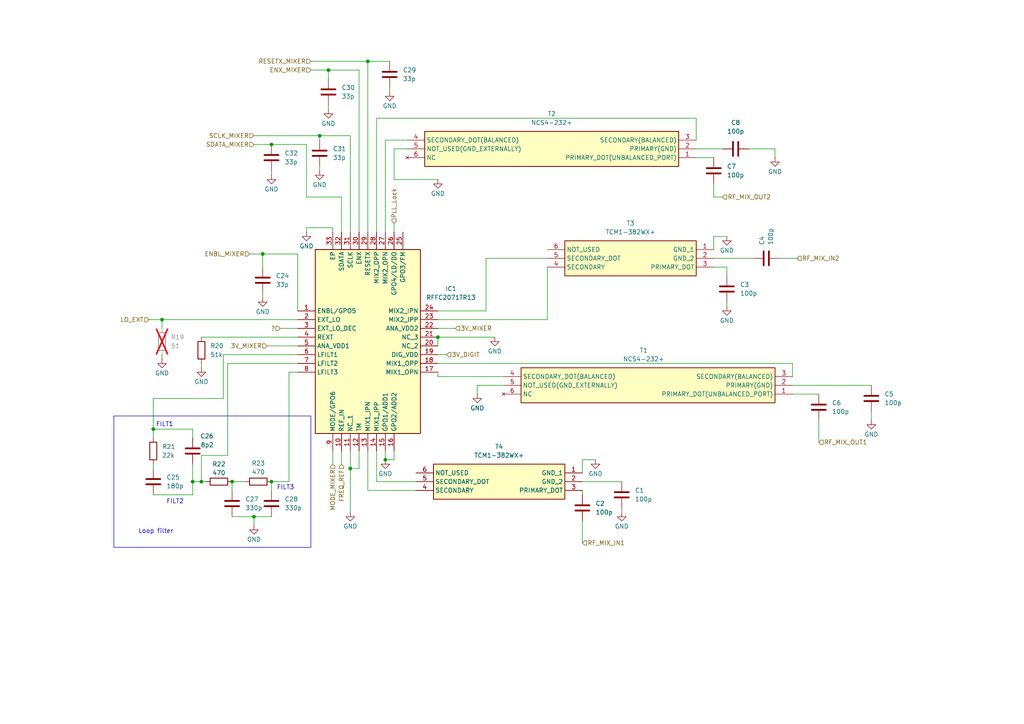
<source format=kicad_sch>
(kicad_sch (version 20250114) (generator "eeschema") (generator_version "9.0")
  (paper "A4")
  (lib_symbols
    (symbol "Device:C" (pin_numbers (hide yes)) (pin_names (offset 0.254))
      (property "Reference" "C" (at 0.635 2.54 0))
      (property "Value" "C" (at 0.635 -2.54 0))
      (symbol "C_0_1"
        (polyline (pts (xy -2.032 0.762) (xy 2.032 0.762)) (stroke (width 0.508)))
        (polyline (pts (xy -2.032 -0.762) (xy 2.032 -0.762)) (stroke (width 0.508)))
      )
      (symbol "C_1_1"
        (pin passive line (at 0 3.81 270) (length 2.794) (name "~") (number "1"))
        (pin passive line (at 0 -3.81 90) (length 2.794) (name "~") (number "2"))
      )
    )
    (symbol "Device:R" (pin_numbers (hide yes)) (pin_names (offset 0))
      (property "Reference" "R" (at 2.032 0 90))
      (property "Value" "R" (at 0 0 90))
      (symbol "R_0_1"
        (rectangle (start -1.016 -2.54) (end 1.016 2.54) (stroke (width 0.254)))
      )
      (symbol "R_1_1"
        (pin passive line (at 0 3.81 270) (length 1.27) (name "~") (number "1"))
        (pin passive line (at 0 -3.81 90) (length 1.27) (name "~") (number "2"))
      )
    )
    (symbol "NCS4-232+:NCS4-232+"
      (property "Reference" "T" (at 80.01 7.62 0))
      (property "Value" "NCS4-232+" (at 80.01 5.08 0))
      (symbol "NCS4-232+_1_1"
        (rectangle (start 5.08 2.54) (end 78.74 -7.62) (stroke (width 0.254)) (fill (type background)))
        (pin passive line (at 0 0 0) (length 5.08) (name "PRIMARY_DOT(UNBALANCED_PORT)") (number "1"))
        (pin passive line (at 0 -2.54 0) (length 5.08) (name "PRIMARY(GND)") (number "2"))
        (pin passive line (at 0 -5.08 0) (length 5.08) (name "SECONDARY(BALANCED)") (number "3"))
        (pin no_connect line (at 83.82 0 180) (length 5.08) (name "NC") (number "6"))
        (pin passive line (at 83.82 -2.54 180) (length 5.08) (name "NOT_USED(GND_EXTERNALLY)") (number "5"))
        (pin passive line (at 83.82 -5.08 180) (length 5.08) (name "SECONDARY_DOT(BALANCED)") (number "4"))
      )
    )
    (symbol "RFFC2071TR13:RFFC2071TR13"
      (property "Reference" "IC" (at 36.83 22.86 0))
      (property "Value" "RFFC2071TR13" (at 36.83 20.32 0))
      (symbol "RFFC2071TR13_1_1"
        (rectangle (start 5.08 17.78) (end 35.56 -35.56) (stroke (width 0.254)) (fill (type background)))
        (pin passive line (at 0 0 0) (length 5.08) (name "ENBL/GPO5") (number "1"))
        (pin passive line (at 0 -2.54 0) (length 5.08) (name "EXT_LO") (number "2"))
        (pin passive line (at 0 -5.08 0) (length 5.08) (name "EXT_LO_DEC") (number "3"))
        (pin passive line (at 0 -7.62 0) (length 5.08) (name "REXT") (number "4"))
        (pin passive line (at 0 -10.16 0) (length 5.08) (name "ANA_VDD1") (number "5"))
        (pin passive line (at 0 -12.7 0) (length 5.08) (name "LFILT1") (number "6"))
        (pin passive line (at 0 -15.24 0) (length 5.08) (name "LFILT2") (number "7"))
        (pin passive line (at 0 -17.78 0) (length 5.08) (name "LFILT3") (number "8"))
        (pin passive line (at 10.16 22.86 270) (length 5.08) (name "EP") (number "33"))
        (pin passive line (at 10.16 -40.64 90) (length 5.08) (name "MODE/GPO6") (number "9"))
        (pin passive line (at 12.7 22.86 270) (length 5.08) (name "SDATA") (number "32"))
        (pin passive line (at 12.7 -40.64 90) (length 5.08) (name "REF_IN") (number "10"))
        (pin passive line (at 15.24 22.86 270) (length 5.08) (name "SCLK") (number "31"))
        (pin passive line (at 15.24 -40.64 90) (length 5.08) (name "NC_1") (number "11"))
        (pin passive line (at 17.78 22.86 270) (length 5.08) (name "ENX") (number "30"))
        (pin passive line (at 17.78 -40.64 90) (length 5.08) (name "TM") (number "12"))
        (pin passive line (at 20.32 22.86 270) (length 5.08) (name "RESETX") (number "29"))
        (pin passive line (at 20.32 -40.64 90) (length 5.08) (name "MIX1_IPN") (number "13"))
        (pin passive line (at 22.86 22.86 270) (length 5.08) (name "MIX2_OPP") (number "28"))
        (pin passive line (at 22.86 -40.64 90) (length 5.08) (name "MIX1_IPP") (number "14"))
        (pin passive line (at 25.4 22.86 270) (length 5.08) (name "MIX2_OPN") (number "27"))
        (pin passive line (at 25.4 -40.64 90) (length 5.08) (name "GPO1/ADD1") (number "15"))
        (pin passive line (at 27.94 22.86 270) (length 5.08) (name "GPO4/LD/DO") (number "26"))
        (pin passive line (at 27.94 -40.64 90) (length 5.08) (name "GPO2/ADD2") (number "16"))
        (pin passive line (at 30.48 22.86 270) (length 5.08) (name "GPO3/FM") (number "25"))
        (pin passive line (at 40.64 0 180) (length 5.08) (name "MIX2_IPN") (number "24"))
        (pin passive line (at 40.64 -2.54 180) (length 5.08) (name "MIX2_IPP") (number "23"))
        (pin passive line (at 40.64 -5.08 180) (length 5.08) (name "ANA_VDD2") (number "22"))
        (pin passive line (at 40.64 -7.62 180) (length 5.08) (name "NC_3") (number "21"))
        (pin passive line (at 40.64 -10.16 180) (length 5.08) (name "NC_2") (number "20"))
        (pin passive line (at 40.64 -12.7 180) (length 5.08) (name "DIG_VDD") (number "19"))
        (pin passive line (at 40.64 -15.24 180) (length 5.08) (name "MIX1_OPP") (number "18"))
        (pin passive line (at 40.64 -17.78 180) (length 5.08) (name "MIX1_OPN") (number "17"))
      )
    )
    (symbol "TCM1-382WX+:TCM1-382WX+"
      (property "Reference" "T" (at 44.45 7.62 0))
      (property "Value" "TCM1-382WX+" (at 44.45 5.08 0))
      (symbol "TCM1-382WX+_1_1"
        (rectangle (start 5.08 2.54) (end 43.18 -7.62) (stroke (width 0.254)) (fill (type background)))
        (pin passive line (at 0 0 0) (length 5.08) (name "NOT_USED") (number "6"))
        (pin passive line (at 0 -2.54 0) (length 5.08) (name "SECONDARY_DOT") (number "5"))
        (pin passive line (at 0 -5.08 0) (length 5.08) (name "SECONDARY") (number "4"))
        (pin passive line (at 48.26 0 180) (length 5.08) (name "GND_1") (number "1"))
        (pin passive line (at 48.26 -2.54 180) (length 5.08) (name "GND_2") (number "2"))
        (pin passive line (at 48.26 -5.08 180) (length 5.08) (name "PRIMARY_DOT") (number "3"))
      )
    )
    (symbol "power:GND" (power) (pin_numbers (hide yes)) (pin_names (offset 0) (hide yes))
      (property "Value" "GND" (at 0 -3.81 0))
      (symbol "GND_0_1"
        (polyline (pts (xy 0 0) (xy 0 -1.27) (xy 1.27 -1.27) (xy 0 -2.54) (xy -1.27 -1.27) (xy 0 -1.27)))
      )
      (symbol "GND_1_1"
        (pin power_in line (at 0 0 270) (length 0) (name "~") (number "1"))
      )
    )
  )
  (rectangle (start 33.02 120.65) (end 90.17 158.75))
  (text "Loop filter" (at 45.212 154.178 0) (effects (font (size 1.27 1.27))))
  (text "FILT2" (at 50.8 145.542 0) (effects (font (size 1.27 1.27))))
  (text "FILT3" (at 82.804 141.478 0) (effects (font (size 1.27 1.27))))
  (text "FILT1" (at 47.752 123.19 0) (effects (font (size 1.27 1.27))))
  (junction (at 111.76 133.35))
  (junction (at 106.68 17.78))
  (junction (at 58.42 139.7))
  (junction (at 46.99 92.71))
  (junction (at 76.2 73.66))
  (junction (at 67.31 139.7))
  (junction (at 101.6 135.89))
  (junction (at 92.71 39.37))
  (junction (at 55.88 139.7))
  (junction (at 73.66 149.86))
  (junction (at 127 97.79))
  (junction (at 78.74 41.91))
  (junction (at 44.45 124.46))
  (junction (at 78.74 139.7))
  (junction (at 95.25 20.32))
  (wire (pts (xy 114.3 133.35) (xy 111.76 133.35)))
  (wire (pts (xy 86.36 90.17) (xy 86.36 73.66)))
  (wire (pts (xy 201.93 34.29) (xy 109.22 34.29)))
  (wire (pts (xy 76.2 73.66) (xy 76.2 77.47)))
  (wire (pts (xy 58.42 132.08) (xy 58.42 139.7)))
  (wire (pts (xy 92.71 48.26) (xy 92.71 49.53)))
  (wire (pts (xy 90.17 20.32) (xy 95.25 20.32)))
  (wire (pts (xy 207.01 68.58) (xy 210.82 68.58)))
  (wire (pts (xy 44.45 124.46) (xy 44.45 127)))
  (wire (pts (xy 88.9 57.15) (xy 99.06 57.15)))
  (wire (pts (xy 104.14 135.89) (xy 101.6 135.89)))
  (wire (pts (xy 252.73 119.38) (xy 252.73 121.92)))
  (wire (pts (xy 106.68 130.81) (xy 106.68 142.24)))
  (wire (pts (xy 207.01 53.34) (xy 207.01 57.15)))
  (wire (pts (xy 78.74 41.91) (xy 88.9 41.91)))
  (wire (pts (xy 158.75 77.47) (xy 158.75 92.71)))
  (wire (pts (xy 210.82 77.47) (xy 210.82 80.01)))
  (wire (pts (xy 207.01 74.93) (xy 218.44 74.93)))
  (wire (pts (xy 73.66 149.86) (xy 78.74 149.86)))
  (wire (pts (xy 207.01 77.47) (xy 210.82 77.47)))
  (wire (pts (xy 168.91 142.24) (xy 168.91 143.51)))
  (wire (pts (xy 86.36 73.66) (xy 76.2 73.66)))
  (wire (pts (xy 55.88 139.7) (xy 58.42 139.7)))
  (wire (pts (xy 114.3 43.18) (xy 114.3 52.07)))
  (wire (pts (xy 73.66 41.91) (xy 78.74 41.91)))
  (wire (pts (xy 96.52 67.31) (xy 96.52 66.04)))
  (wire (pts (xy 101.6 39.37) (xy 101.6 67.31)))
  (wire (pts (xy 140.97 90.17) (xy 140.97 74.93)))
  (wire (pts (xy 99.06 57.15) (xy 99.06 67.31)))
  (wire (pts (xy 229.87 109.22) (xy 229.87 105.41)))
  (wire (pts (xy 146.05 109.22) (xy 127 109.22)))
  (wire (pts (xy 95.25 30.48) (xy 95.25 31.75)))
  (wire (pts (xy 58.42 139.7) (xy 59.69 139.7)))
  (wire (pts (xy 127 90.17) (xy 140.97 90.17)))
  (wire (pts (xy 138.43 111.76) (xy 138.43 114.3)))
  (wire (pts (xy 180.34 147.32) (xy 180.34 148.59)))
  (wire (pts (xy 101.6 130.81) (xy 101.6 135.89)))
  (wire (pts (xy 106.68 142.24) (xy 120.65 142.24)))
  (wire (pts (xy 140.97 74.93) (xy 158.75 74.93)))
  (wire (pts (xy 66.04 105.41) (xy 66.04 132.08)))
  (wire (pts (xy 109.22 139.7) (xy 109.22 130.81)))
  (wire (pts (xy 229.87 111.76) (xy 252.73 111.76)))
  (wire (pts (xy 118.11 43.18) (xy 114.3 43.18)))
  (wire (pts (xy 201.93 43.18) (xy 209.55 43.18)))
  (wire (pts (xy 92.71 39.37) (xy 101.6 39.37)))
  (wire (pts (xy 46.99 102.87) (xy 46.99 104.14)))
  (wire (pts (xy 67.31 149.86) (xy 73.66 149.86)))
  (wire (pts (xy 44.45 134.62) (xy 44.45 135.89)))
  (wire (pts (xy 106.68 17.78) (xy 113.03 17.78)))
  (wire (pts (xy 168.91 137.16) (xy 168.91 133.35)))
  (wire (pts (xy 81.28 95.25) (xy 86.36 95.25)))
  (wire (pts (xy 210.82 87.63) (xy 210.82 88.9)))
  (wire (pts (xy 96.52 130.81) (xy 96.52 134.62)))
  (wire (pts (xy 66.04 132.08) (xy 58.42 132.08)))
  (wire (pts (xy 55.88 139.7) (xy 55.88 134.62)))
  (wire (pts (xy 95.25 20.32) (xy 104.14 20.32)))
  (wire (pts (xy 90.17 17.78) (xy 106.68 17.78)))
  (wire (pts (xy 55.88 143.51) (xy 55.88 139.7)))
  (wire (pts (xy 146.05 111.76) (xy 138.43 111.76)))
  (wire (pts (xy 217.17 43.18) (xy 224.79 43.18)))
  (wire (pts (xy 224.79 43.18) (xy 224.79 45.72)))
  (wire (pts (xy 78.74 49.53) (xy 78.74 50.8)))
  (wire (pts (xy 127 92.71) (xy 158.75 92.71)))
  (wire (pts (xy 67.31 139.7) (xy 67.31 142.24)))
  (wire (pts (xy 77.47 100.33) (xy 86.36 100.33)))
  (wire (pts (xy 46.99 92.71) (xy 86.36 92.71)))
  (wire (pts (xy 113.03 25.4) (xy 113.03 26.67)))
  (wire (pts (xy 64.77 102.87) (xy 64.77 115.57)))
  (wire (pts (xy 104.14 130.81) (xy 104.14 135.89)))
  (wire (pts (xy 229.87 105.41) (xy 127 105.41)))
  (wire (pts (xy 111.76 130.81) (xy 111.76 133.35)))
  (wire (pts (xy 46.99 95.25) (xy 46.99 92.71)))
  (wire (pts (xy 101.6 135.89) (xy 101.6 148.59)))
  (wire (pts (xy 43.18 92.71) (xy 46.99 92.71)))
  (wire (pts (xy 44.45 115.57) (xy 44.45 124.46)))
  (wire (pts (xy 55.88 124.46) (xy 44.45 124.46)))
  (wire (pts (xy 127 97.79) (xy 143.51 97.79)))
  (wire (pts (xy 88.9 66.04) (xy 88.9 67.31)))
  (wire (pts (xy 72.39 73.66) (xy 76.2 73.66)))
  (wire (pts (xy 201.93 40.64) (xy 201.93 34.29)))
  (wire (pts (xy 95.25 20.32) (xy 95.25 22.86)))
  (wire (pts (xy 168.91 133.35) (xy 172.72 133.35)))
  (wire (pts (xy 207.01 57.15) (xy 209.55 57.15)))
  (wire (pts (xy 229.87 114.3) (xy 237.49 114.3)))
  (wire (pts (xy 114.3 130.81) (xy 114.3 133.35)))
  (wire (pts (xy 67.31 139.7) (xy 71.12 139.7)))
  (wire (pts (xy 106.68 67.31) (xy 106.68 17.78)))
  (wire (pts (xy 237.49 121.92) (xy 237.49 128.27)))
  (wire (pts (xy 92.71 39.37) (xy 92.71 40.64)))
  (wire (pts (xy 44.45 143.51) (xy 55.88 143.51)))
  (wire (pts (xy 73.66 39.37) (xy 92.71 39.37)))
  (wire (pts (xy 109.22 34.29) (xy 109.22 67.31)))
  (wire (pts (xy 226.06 74.93) (xy 231.14 74.93)))
  (wire (pts (xy 83.82 107.95) (xy 86.36 107.95)))
  (wire (pts (xy 127 95.25) (xy 132.08 95.25)))
  (wire (pts (xy 99.06 130.81) (xy 99.06 134.62)))
  (wire (pts (xy 83.82 107.95) (xy 83.82 139.7)))
  (wire (pts (xy 127 109.22) (xy 127 107.95)))
  (wire (pts (xy 118.11 40.64) (xy 111.76 40.64)))
  (wire (pts (xy 55.88 127) (xy 55.88 124.46)))
  (wire (pts (xy 114.3 52.07) (xy 127 52.07)))
  (wire (pts (xy 58.42 97.79) (xy 86.36 97.79)))
  (wire (pts (xy 58.42 105.41) (xy 58.42 106.68)))
  (wire (pts (xy 78.74 139.7) (xy 78.74 142.24)))
  (wire (pts (xy 168.91 151.13) (xy 168.91 157.48)))
  (wire (pts (xy 104.14 20.32) (xy 104.14 67.31)))
  (wire (pts (xy 129.54 102.87) (xy 127 102.87)))
  (wire (pts (xy 114.3 64.77) (xy 114.3 67.31)))
  (wire (pts (xy 78.74 139.7) (xy 83.82 139.7)))
  (wire (pts (xy 109.22 139.7) (xy 120.65 139.7)))
  (wire (pts (xy 168.91 139.7) (xy 180.34 139.7)))
  (wire (pts (xy 88.9 41.91) (xy 88.9 57.15)))
  (wire (pts (xy 96.52 66.04) (xy 88.9 66.04)))
  (wire (pts (xy 207.01 72.39) (xy 207.01 68.58)))
  (wire (pts (xy 76.2 85.09) (xy 76.2 86.36)))
  (wire (pts (xy 64.77 115.57) (xy 44.45 115.57)))
  (wire (pts (xy 201.93 45.72) (xy 207.01 45.72)))
  (wire (pts (xy 111.76 40.64) (xy 111.76 67.31)))
  (wire (pts (xy 86.36 102.87) (xy 64.77 102.87)))
  (wire (pts (xy 127 97.79) (xy 127 100.33)))
  (wire (pts (xy 73.66 149.86) (xy 73.66 152.4)))
  (wire (pts (xy 66.04 105.41) (xy 86.36 105.41)))
  (hierarchical_label "?" (shape input) (at 81.28 95.25 180))
  (hierarchical_label "PLL_Lock" (shape input) (at 114.3 64.77 90))
  (hierarchical_label "RF_MIX_IN1" (shape input) (at 168.91 157.48 0))
  (hierarchical_label "SDATA_MIXER" (shape input) (at 73.66 41.91 180))
  (hierarchical_label "ENX_MIXER" (shape input) (at 90.17 20.32 180))
  (hierarchical_label "FREQ_REF" (shape input) (at 99.06 134.62 270))
  (hierarchical_label "3V_MIXER" (shape input) (at 132.08 95.25 0))
  (hierarchical_label "MODE_MIXER" (shape input) (at 96.52 134.62 270))
  (hierarchical_label "RF_MIX_OUT2" (shape input) (at 209.55 57.15 0))
  (hierarchical_label "SCLK_MIXER" (shape input) (at 73.66 39.37 180))
  (hierarchical_label "LO_EXT" (shape input) (at 43.18 92.71 180))
  (hierarchical_label "RF_MIX_IN2" (shape input) (at 231.14 74.93 0))
  (hierarchical_label "RF_MIX_OUT1" (shape input) (at 237.49 128.27 0))
  (hierarchical_label "3V_DIGIT" (shape input) (at 129.54 102.87 0))
  (hierarchical_label "ENBL_MIXER" (shape input) (at 72.39 73.66 180))
  (hierarchical_label "3V_MIXER" (shape input) (at 77.47 100.33 180))
  (hierarchical_label "RESETX_MIXER" (shape input) (at 90.17 17.78 180))
  (symbol (lib_id "Device:R") (at 74.93 139.7 90) (unit 1)
    (property "Reference" "R23" (at 74.93 134.366 90))
    (property "Value" "470" (at 74.93 136.906 90))
    (property "Footprint" "Resistor_SMD:R_0603_1608Metric_Pad0.98x0.95mm_HandSolder" (effects (hide yes)))
    (property "Description" "Resistor" (effects (hide yes)))
  )
  (symbol (lib_id "power:GND") (at 76.2 86.36 0) (unit 1)
    (property "Reference" "#PWR033" (effects (hide yes)))
    (property "Value" "GND" (at 76.2 90.424 0))
    (property "Description" "Power symbol creates a global label with name \"GND\" , ground" (effects (hide yes)))
  )
  (symbol (lib_id "Device:R") (at 63.5 139.7 90) (unit 1)
    (property "Reference" "R22" (at 63.5 134.62 90))
    (property "Value" "470" (at 63.5 137.16 90))
    (property "Footprint" "Resistor_SMD:R_0603_1608Metric_Pad0.98x0.95mm_HandSolder" (effects (hide yes)))
    (property "Description" "Resistor" (effects (hide yes)))
  )
  (symbol (lib_id "Device:C") (at 210.82 83.82 0) (unit 1)
    (property "Reference" "C3" (at 214.63 82.5499 0) (effects (justify left)))
    (property "Value" "100p" (at 214.63 85.0899 0) (effects (justify left)))
    (property "Footprint" "Capacitor_SMD:C_0603_1608Metric" (effects (hide yes)))
    (property "Description" "Unpolarized capacitor" (effects (hide yes)))
  )
  (symbol (lib_id "Device:C") (at 113.03 21.59 0) (unit 1)
    (property "Reference" "C29" (at 116.84 20.3199 0) (effects (justify left)))
    (property "Value" "33p" (at 116.84 22.8599 0) (effects (justify left)))
    (property "Footprint" "Capacitor_SMD:C_0603_1608Metric" (effects (hide yes)))
    (property "Description" "Unpolarized capacitor" (effects (hide yes)))
  )
  (symbol (lib_id "Device:C") (at 180.34 143.51 0) (unit 1)
    (property "Reference" "C1" (at 184.15 142.2399 0) (effects (justify left)))
    (property "Value" "100p" (at 184.15 144.7799 0) (effects (justify left)))
    (property "Footprint" "Capacitor_SMD:C_0603_1608Metric" (effects (hide yes)))
    (property "Description" "Unpolarized capacitor" (effects (hide yes)))
  )
  (symbol (lib_id "Device:C") (at 213.36 43.18 90) (unit 1)
    (property "Reference" "C8" (at 213.36 35.56 90))
    (property "Value" "100p" (at 213.36 38.1 90))
    (property "Footprint" "Capacitor_SMD:C_0603_1608Metric" (effects (hide yes)))
    (property "Description" "Unpolarized capacitor" (effects (hide yes)))
  )
  (symbol (lib_id "Device:C") (at 207.01 49.53 0) (unit 1)
    (property "Reference" "C7" (at 210.82 48.2599 0) (effects (justify left)))
    (property "Value" "100p" (at 210.82 50.7999 0) (effects (justify left)))
    (property "Footprint" "Capacitor_SMD:C_0603_1608Metric" (effects (hide yes)))
    (property "Description" "Unpolarized capacitor" (effects (hide yes)))
  )
  (symbol (lib_id "power:GND") (at 58.42 106.68 0) (unit 1)
    (property "Reference" "#PWR034" (effects (hide yes)))
    (property "Value" "GND" (at 58.42 110.744 0))
    (property "Description" "Power symbol creates a global label with name \"GND\" , ground" (effects (hide yes)))
  )
  (symbol (lib_id "Device:C") (at 78.74 45.72 0) (unit 1)
    (property "Reference" "C32" (at 82.55 44.4499 0) (effects (justify left)))
    (property "Value" "33p" (at 82.55 46.9899 0) (effects (justify left)))
    (property "Footprint" "Capacitor_SMD:C_0603_1608Metric" (effects (hide yes)))
    (property "Description" "Unpolarized capacitor" (effects (hide yes)))
  )
  (symbol (lib_id "power:GND") (at 78.74 50.8 0) (unit 1)
    (property "Reference" "#PWR038" (effects (hide yes)))
    (property "Value" "GND" (at 78.74 54.864 0))
    (property "Description" "Power symbol creates a global label with name \"GND\" , ground" (effects (hide yes)))
  )
  (symbol (lib_id "Device:C") (at 237.49 118.11 0) (unit 1)
    (property "Reference" "C6" (at 241.3 116.8399 0) (effects (justify left)))
    (property "Value" "100p" (at 241.3 119.3799 0) (effects (justify left)))
    (property "Footprint" "Capacitor_SMD:C_0603_1608Metric" (effects (hide yes)))
    (property "Description" "Unpolarized capacitor" (effects (hide yes)))
  )
  (symbol (lib_id "Device:C") (at 78.74 146.05 0) (unit 1)
    (property "Reference" "C28" (at 82.55 144.7799 0) (effects (justify left)))
    (property "Value" "330p" (at 82.55 147.3199 0) (effects (justify left)))
    (property "Footprint" "Capacitor_SMD:C_0603_1608Metric" (effects (hide yes)))
    (property "Description" "Unpolarized capacitor" (effects (hide yes)))
  )
  (symbol (lib_id "Device:C") (at 95.25 26.67 0) (unit 1)
    (property "Reference" "C30" (at 99.06 25.3999 0) (effects (justify left)))
    (property "Value" "33p" (at 99.06 27.9399 0) (effects (justify left)))
    (property "Footprint" "Capacitor_SMD:C_0603_1608Metric" (effects (hide yes)))
    (property "Description" "Unpolarized capacitor" (effects (hide yes)))
  )
  (symbol (lib_id "power:GND") (at 88.9 67.31 0) (unit 1)
    (property "Reference" "#PWR040" (effects (hide yes)))
    (property "Value" "GND" (at 88.9 71.374 0))
    (property "Description" "Power symbol creates a global label with name \"GND\" , ground" (effects (hide yes)))
  )
  (symbol (lib_id "Device:C") (at 55.88 130.81 0) (unit 1)
    (property "Reference" "C26" (at 61.976 126.492 0) (effects (justify right)))
    (property "Value" "8p2" (at 61.976 129.032 0) (effects (justify right)))
    (property "Footprint" "Capacitor_SMD:C_0603_1608Metric" (effects (hide yes)))
    (property "Description" "Unpolarized capacitor" (effects (hide yes)))
  )
  (symbol (lib_id "Device:C") (at 168.91 147.32 0) (unit 1)
    (property "Reference" "C2" (at 172.72 146.0499 0) (effects (justify left)))
    (property "Value" "100p" (at 172.72 148.5899 0) (effects (justify left)))
    (property "Footprint" "Capacitor_SMD:C_0603_1608Metric" (effects (hide yes)))
    (property "Description" "Unpolarized capacitor" (effects (hide yes)))
  )
  (symbol (lib_id "Device:C") (at 222.25 74.93 90) (unit 1)
    (property "Reference" "C4" (at 220.9799 71.12 0) (effects (justify left)))
    (property "Value" "100p" (at 223.5199 71.12 0) (effects (justify left)))
    (property "Footprint" "Capacitor_SMD:C_0603_1608Metric" (effects (hide yes)))
    (property "Description" "Unpolarized capacitor" (effects (hide yes)))
  )
  (symbol (lib_id "power:GND") (at 138.43 114.3 0) (unit 1)
    (property "Reference" "#PWR07" (effects (hide yes)))
    (property "Value" "GND" (at 138.43 118.364 0))
    (property "Description" "Power symbol creates a global label with name \"GND\" , ground" (effects (hide yes)))
  )
  (symbol (lib_id "power:GND") (at 101.6 148.59 0) (unit 1)
    (property "Reference" "#PWR09" (effects (hide yes)))
    (property "Value" "GND" (at 101.6 152.654 0))
    (property "Description" "Power symbol creates a global label with name \"GND\" , ground" (effects (hide yes)))
  )
  (symbol (lib_id "power:GND") (at 180.34 148.59 0) (unit 1)
    (property "Reference" "#PWR03" (effects (hide yes)))
    (property "Value" "GND" (at 180.34 152.654 0))
    (property "Description" "Power symbol creates a global label with name \"GND\" , ground" (effects (hide yes)))
  )
  (symbol (lib_id "power:GND") (at 92.71 49.53 0) (unit 1)
    (property "Reference" "#PWR039" (effects (hide yes)))
    (property "Value" "GND" (at 92.71 53.594 0))
    (property "Description" "Power symbol creates a global label with name \"GND\" , ground" (effects (hide yes)))
  )
  (symbol (lib_id "Device:R") (at 58.42 101.6 0) (unit 1)
    (property "Reference" "R20" (at 60.96 100.3299 0) (effects (justify left)))
    (property "Value" "51k" (at 60.96 102.8699 0) (effects (justify left)))
    (property "Footprint" "Resistor_SMD:R_0603_1608Metric_Pad0.98x0.95mm_HandSolder" (effects (hide yes)))
    (property "Description" "Resistor" (effects (hide yes)))
  )
  (symbol (lib_id "power:GND") (at 73.66 152.4 0) (unit 1)
    (property "Reference" "#PWR035" (effects (hide yes)))
    (property "Value" "GND" (at 73.66 156.464 0))
    (property "Description" "Power symbol creates a global label with name \"GND\" , ground" (effects (hide yes)))
  )
  (symbol (lib_id "Device:C") (at 44.45 139.7 0) (unit 1)
    (property "Reference" "C25" (at 48.26 138.4299 0) (effects (justify left)))
    (property "Value" "180p" (at 48.26 140.9699 0) (effects (justify left)))
    (property "Footprint" "Capacitor_SMD:C_0603_1608Metric" (effects (hide yes)))
    (property "Description" "Unpolarized capacitor" (effects (hide yes)))
  )
  (symbol (lib_id "Device:C") (at 76.2 81.28 0) (unit 1)
    (property "Reference" "C24" (at 80.01 80.0099 0) (effects (justify left)))
    (property "Value" "33p" (at 80.01 82.5499 0) (effects (justify left)))
    (property "Footprint" "Capacitor_SMD:C_0603_1608Metric" (effects (hide yes)))
    (property "Description" "Unpolarized capacitor" (effects (hide yes)))
  )
  (symbol (lib_id "Device:R") (at 46.99 99.06 0) (unit 1) (dnp yes)
    (property "Reference" "R19" (at 49.53 97.7899 0) (effects (justify left)))
    (property "Value" "51" (at 49.53 100.3299 0) (effects (justify left)))
    (property "Footprint" "Resistor_SMD:R_0603_1608Metric_Pad0.98x0.95mm_HandSolder" (effects (hide yes)))
    (property "Description" "Resistor" (effects (hide yes)))
  )
  (symbol (lib_id "power:GND") (at 113.03 26.67 0) (unit 1)
    (property "Reference" "#PWR036" (effects (hide yes)))
    (property "Value" "GND" (at 113.03 30.734 0))
    (property "Description" "Power symbol creates a global label with name \"GND\" , ground" (effects (hide yes)))
  )
  (symbol (lib_id "Device:R") (at 44.45 130.81 0) (unit 1)
    (property "Reference" "R21" (at 46.99 129.5399 0) (effects (justify left)))
    (property "Value" "22k" (at 46.99 132.0799 0) (effects (justify left)))
    (property "Footprint" "Resistor_SMD:R_0603_1608Metric_Pad0.98x0.95mm_HandSolder" (effects (hide yes)))
    (property "Description" "Resistor" (effects (hide yes)))
  )
  (symbol (lib_id "power:GND") (at 210.82 68.58 0) (unit 1)
    (property "Reference" "#PWR043" (effects (hide yes)))
    (property "Value" "GND" (at 210.82 72.644 0))
    (property "Description" "Power symbol creates a global label with name \"GND\" , ground" (effects (hide yes)))
  )
  (symbol (lib_id "TCM1-382WX+:TCM1-382WX+") (at 158.75 72.39 0) (unit 1)
    (property "Reference" "T3" (at 182.88 64.77 0))
    (property "Value" "TCM1-382WX+" (at 182.88 67.31 0))
    (property "Footprint" "TCM1382WX" (effects (hide yes)))
    (property "Datasheet" "https://www.mouser.kr/datasheet/2/1030/TCM1_382WX_2b-3105014.pdf" (effects (hide yes)))
    (property "Description" "Audio Transformers / Signal Transformers 1:1 CORE & WIRE Transformer, 0.5 - 3800 MHz, 50?" (effects (hide yes)))
    (property "Height" "4.06" (effects (hide yes)))
    (property "Mouser Part Number" "139-TCM1-382WX" (effects (hide yes)))
    (property "Mouser Price/Stock" "https://www.mouser.co.uk/ProductDetail/Mini-Circuits/TCM1-382WX%2b?qs=amGC7iS6iy9TpOSpP5xMJQ%3D%3D" (effects (hide yes)))
    (property "Manufacturer_Name" "Mini-Circuits" (effects (hide yes)))
    (property "Manufacturer_Part_Number" "TCM1-382WX+" (effects (hide yes)))
  )
  (symbol (lib_id "power:GND") (at 111.76 133.35 0) (unit 1)
    (property "Reference" "#PWR02" (effects (hide yes)))
    (property "Value" "GND" (at 111.76 137.414 0))
    (property "Description" "Power symbol creates a global label with name \"GND\" , ground" (effects (hide yes)))
  )
  (symbol (lib_id "Device:C") (at 252.73 115.57 0) (unit 1)
    (property "Reference" "C5" (at 256.54 114.2999 0) (effects (justify left)))
    (property "Value" "100p" (at 256.54 116.8399 0) (effects (justify left)))
    (property "Footprint" "Capacitor_SMD:C_0603_1608Metric" (effects (hide yes)))
    (property "Description" "Unpolarized capacitor" (effects (hide yes)))
  )
  (symbol (lib_id "Device:C") (at 67.31 146.05 0) (unit 1)
    (property "Reference" "C27" (at 71.12 144.7799 0) (effects (justify left)))
    (property "Value" "330p" (at 71.12 147.3199 0) (effects (justify left)))
    (property "Footprint" "Capacitor_SMD:C_0603_1608Metric" (effects (hide yes)))
    (property "Description" "Unpolarized capacitor" (effects (hide yes)))
  )
  (symbol (lib_id "NCS4-232+:NCS4-232+") (at 229.87 114.3 180) (unit 1)
    (property "Reference" "T1" (at 186.69 101.6 0))
    (property "Value" "NCS4-232+" (at 186.69 104.14 0))
    (property "Footprint" "NCS4232" (effects (hide yes)))
    (property "Description" "Ceramic Balun RF Transformer.  50 1600 to 2300 MHz 1:4 Ratio." (effects (hide yes)))
    (property "Height" "0.84" (effects (hide yes)))
    (property "Mouser Part Number" "139-NCS4-232" (effects (hide yes)))
    (property "Mouser Price/Stock" "https://www.mouser.co.uk/ProductDetail/Mini-Circuits/NCS4-232%2b?qs=xZ%2FP%252Ba9zWqYBp16Imqylgw%3D%3D" (effects (hide yes)))
    (property "Manufacturer_Name" "Mini-Circuits" (effects (hide yes)))
    (property "Manufacturer_Part_Number" "NCS4-232+" (effects (hide yes)))
  )
  (symbol (lib_id "power:GND") (at 224.79 45.72 0) (unit 1)
    (property "Reference" "#PWR06" (effects (hide yes)))
    (property "Value" "GND" (at 224.79 49.784 0))
    (property "Description" "Power symbol creates a global label with name \"GND\" , ground" (effects (hide yes)))
  )
  (symbol (lib_id "power:GND") (at 95.25 31.75 0) (unit 1)
    (property "Reference" "#PWR037" (effects (hide yes)))
    (property "Value" "GND" (at 95.25 35.814 0))
    (property "Description" "Power symbol creates a global label with name \"GND\" , ground" (effects (hide yes)))
  )
  (symbol (lib_id "power:GND") (at 46.99 104.14 0) (unit 1)
    (property "Reference" "#PWR032" (effects (hide yes)))
    (property "Value" "GND" (at 46.99 108.204 0))
    (property "Description" "Power symbol creates a global label with name \"GND\" , ground" (effects (hide yes)))
  )
  (symbol (lib_id "Device:C") (at 92.71 44.45 0) (unit 1)
    (property "Reference" "C31" (at 96.52 43.1799 0) (effects (justify left)))
    (property "Value" "33p" (at 96.52 45.7199 0) (effects (justify left)))
    (property "Footprint" "Capacitor_SMD:C_0603_1608Metric" (effects (hide yes)))
    (property "Description" "Unpolarized capacitor" (effects (hide yes)))
  )
  (symbol (lib_id "power:GND") (at 210.82 88.9 0) (unit 1)
    (property "Reference" "#PWR04" (effects (hide yes)))
    (property "Value" "GND" (at 210.82 92.964 0))
    (property "Description" "Power symbol creates a global label with name \"GND\" , ground" (effects (hide yes)))
  )
  (symbol (lib_id "power:GND") (at 127 52.07 0) (unit 1)
    (property "Reference" "#PWR08" (effects (hide yes)))
    (property "Value" "GND" (at 127 56.134 0))
    (property "Description" "Power symbol creates a global label with name \"GND\" , ground" (effects (hide yes)))
  )
  (symbol (lib_id "RFFC2071TR13:RFFC2071TR13") (at 86.36 90.17 0) (unit 1)
    (property "Reference" "IC1" (at 130.81 83.7498 0))
    (property "Value" "RFFC2071TR13" (at 130.81 86.2898 0))
    (property "Footprint" "DKMD2081" (effects (hide yes)))
    (property "Datasheet" "https://www.qorvo.com/products/d/da000696" (effects (hide yes)))
    (property "Description" "85 - 2700 MHz RF Synthesizer / VCO with Integrated RF Mixer" (effects (hide yes)))
    (property "Height" "0.9" (effects (hide yes)))
    (property "Mouser Part Number" "772-RFFC2071" (effects (hide yes)))
    (property "Mouser Price/Stock" "https://www.mouser.co.uk/ProductDetail/Qorvo/RFFC2071TR13?qs=tkvX2tz6JTEyTj7lyvTFWA%3D%3D" (effects (hide yes)))
    (property "Manufacturer_Name" "Qorvo" (effects (hide yes)))
    (property "Manufacturer_Part_Number" "RFFC2071TR13" (effects (hide yes)))
  )
  (symbol (lib_id "power:GND") (at 252.73 121.92 0) (unit 1)
    (property "Reference" "#PWR05" (effects (hide yes)))
    (property "Value" "GND" (at 252.73 125.984 0))
    (property "Description" "Power symbol creates a global label with name \"GND\" , ground" (effects (hide yes)))
  )
  (symbol (lib_id "NCS4-232+:NCS4-232+") (at 201.93 45.72 180) (unit 1)
    (property "Reference" "T2" (at 160.02 33.02 0))
    (property "Value" "NCS4-232+" (at 160.02 35.56 0))
    (property "Footprint" "NCS4232" (effects (hide yes)))
    (property "Description" "Ceramic Balun RF Transformer.  50 1600 to 2300 MHz 1:4 Ratio." (effects (hide yes)))
    (property "Height" "0.84" (effects (hide yes)))
    (property "Mouser Part Number" "139-NCS4-232" (effects (hide yes)))
    (property "Mouser Price/Stock" "https://www.mouser.co.uk/ProductDetail/Mini-Circuits/NCS4-232%2b?qs=xZ%2FP%252Ba9zWqYBp16Imqylgw%3D%3D" (effects (hide yes)))
    (property "Manufacturer_Name" "Mini-Circuits" (effects (hide yes)))
    (property "Manufacturer_Part_Number" "NCS4-232+" (effects (hide yes)))
  )
  (symbol (lib_id "power:GND") (at 172.72 133.35 0) (unit 1)
    (property "Reference" "#PWR044" (effects (hide yes)))
    (property "Value" "GND" (at 172.72 137.414 0))
    (property "Description" "Power symbol creates a global label with name \"GND\" , ground" (effects (hide yes)))
  )
  (symbol (lib_id "power:GND") (at 143.51 97.79 0) (unit 1)
    (property "Reference" "#PWR031" (effects (hide yes)))
    (property "Value" "GND" (at 143.51 101.854 0))
    (property "Description" "Power symbol creates a global label with name \"GND\" , ground" (effects (hide yes)))
  )
  (symbol (lib_id "TCM1-382WX+:TCM1-382WX+") (at 120.65 137.16 0) (unit 1)
    (property "Reference" "T4" (at 144.78 129.54 0))
    (property "Value" "TCM1-382WX+" (at 144.78 132.08 0))
    (property "Footprint" "TCM1382WX" (effects (hide yes)))
    (property "Datasheet" "https://www.mouser.kr/datasheet/2/1030/TCM1_382WX_2b-3105014.pdf" (effects (hide yes)))
    (property "Description" "Audio Transformers / Signal Transformers 1:1 CORE & WIRE Transformer, 0.5 - 3800 MHz, 50?" (effects (hide yes)))
    (property "Height" "4.06" (effects (hide yes)))
    (property "Mouser Part Number" "139-TCM1-382WX" (effects (hide yes)))
    (property "Mouser Price/Stock" "https://www.mouser.co.uk/ProductDetail/Mini-Circuits/TCM1-382WX%2b?qs=amGC7iS6iy9TpOSpP5xMJQ%3D%3D" (effects (hide yes)))
    (property "Manufacturer_Name" "Mini-Circuits" (effects (hide yes)))
    (property "Manufacturer_Part_Number" "TCM1-382WX+" (effects (hide yes)))
  )
)
</source>
